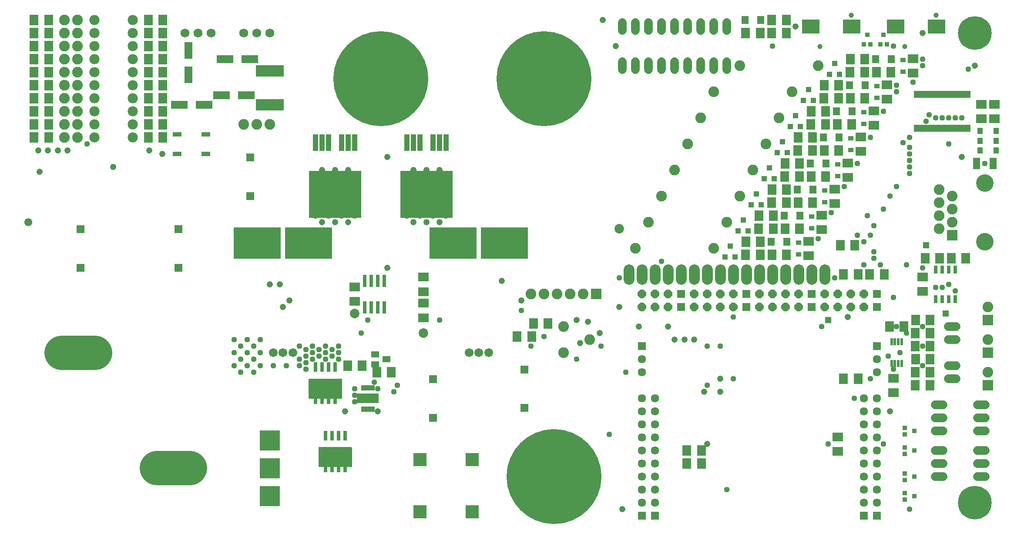
<source format=gts>
G75*
%MOIN*%
%OFA0B0*%
%FSLAX24Y24*%
%IPPOS*%
%LPD*%
%AMOC8*
5,1,8,0,0,1.08239X$1,22.5*
%
%ADD10C,0.2580*%
%ADD11R,0.0198X0.0572*%
%ADD12C,0.0674*%
%ADD13R,0.0407X0.0328*%
%ADD14R,0.0789X0.0710*%
%ADD15R,0.0710X0.0790*%
%ADD16R,0.0395X0.0434*%
%ADD17C,0.0820*%
%ADD18R,0.0710X0.0789*%
%ADD19R,0.0552X0.0631*%
%ADD20R,0.0198X0.0552*%
%ADD21R,0.0552X0.0867*%
%ADD22R,0.0434X0.0454*%
%ADD23R,0.0790X0.0710*%
%ADD24C,0.0671*%
%ADD25R,0.3623X0.2442*%
%ADD26C,0.0477*%
%ADD27C,0.7280*%
%ADD28R,0.0395X0.1261*%
%ADD29R,0.4017X0.3623*%
%ADD30R,0.0316X0.0946*%
%ADD31C,0.2620*%
%ADD32R,0.0595X0.0595*%
%ADD33R,0.1580X0.1580*%
%ADD34R,0.0631X0.0474*%
%ADD35R,0.0820X0.0820*%
%ADD36C,0.0680*%
%ADD37C,0.0780*%
%ADD38R,0.0680X0.0380*%
%ADD39R,0.1340X0.1064*%
%ADD40C,0.0395*%
%ADD41R,0.0356X0.0356*%
%ADD42R,0.0634X0.0634*%
%ADD43OC8,0.0634*%
%ADD44C,0.0634*%
%ADD45C,0.0820*%
%ADD46C,0.1340*%
%ADD47R,0.0273X0.0592*%
%ADD48R,0.1025X0.1025*%
%ADD49R,0.0277X0.0474*%
%ADD50R,0.0277X0.0769*%
%ADD51C,0.0050*%
%ADD52R,0.2580X0.1580*%
%ADD53R,0.0254X0.0430*%
%ADD54R,0.1655X0.0741*%
%ADD55R,0.2167X0.0867*%
%ADD56R,0.0631X0.1261*%
%ADD57R,0.1261X0.0631*%
%ADD58C,0.0437*%
%ADD59C,0.0611*%
%ADD60C,0.0730*%
%ADD61C,0.0476*%
%ADD62R,0.0476X0.0476*%
D10*
X073100Y022125D03*
X073100Y058125D03*
D11*
X072667Y053424D03*
X072470Y053424D03*
X072273Y053424D03*
X072076Y053424D03*
X071880Y053424D03*
X071683Y053424D03*
X071486Y053424D03*
X071289Y053424D03*
X071092Y053424D03*
X070895Y053424D03*
X070698Y053424D03*
X070502Y053424D03*
X070305Y053424D03*
X070108Y053424D03*
X069911Y053424D03*
X069714Y053424D03*
X069517Y053424D03*
X069320Y053424D03*
X069124Y053424D03*
X068927Y053424D03*
X068730Y053424D03*
X068533Y053424D03*
X068533Y050826D03*
X068730Y050826D03*
X068927Y050826D03*
X069124Y050826D03*
X069320Y050826D03*
X069517Y050826D03*
X069714Y050826D03*
X069911Y050826D03*
X070108Y050826D03*
X070305Y050826D03*
X070502Y050826D03*
X070698Y050826D03*
X070895Y050826D03*
X071092Y050826D03*
X071289Y050826D03*
X071486Y050826D03*
X071683Y050826D03*
X071880Y050826D03*
X072076Y050826D03*
X072273Y050826D03*
X072470Y050826D03*
X072667Y050826D03*
D12*
X054100Y055328D02*
X054100Y055922D01*
X053100Y055922D02*
X053100Y055328D01*
X052100Y055328D02*
X052100Y055922D01*
X051100Y055922D02*
X051100Y055328D01*
X050100Y055328D02*
X050100Y055922D01*
X049100Y055922D02*
X049100Y055328D01*
X048100Y055328D02*
X048100Y055922D01*
X047100Y055922D02*
X047100Y055328D01*
X046100Y055328D02*
X046100Y055922D01*
X046100Y058328D02*
X046100Y058922D01*
X047100Y058922D02*
X047100Y058328D01*
X048100Y058328D02*
X048100Y058922D01*
X049100Y058922D02*
X049100Y058328D01*
X050100Y058328D02*
X050100Y058922D01*
X051100Y058922D02*
X051100Y058328D01*
X052100Y058328D02*
X052100Y058922D01*
X053100Y058922D02*
X053100Y058328D01*
X054100Y058328D02*
X054100Y058922D01*
X071053Y035625D02*
X071647Y035625D01*
X071647Y034625D02*
X071053Y034625D01*
X071053Y032625D02*
X071647Y032625D01*
X071647Y031625D02*
X071053Y031625D01*
X070647Y029625D02*
X070053Y029625D01*
X070053Y028625D02*
X070647Y028625D01*
X070647Y027625D02*
X070053Y027625D01*
X070053Y026125D02*
X070647Y026125D01*
X070647Y025125D02*
X070053Y025125D01*
X070053Y024125D02*
X070647Y024125D01*
X073303Y024125D02*
X073897Y024125D01*
X073897Y025125D02*
X073303Y025125D01*
X073303Y026125D02*
X073897Y026125D01*
X073897Y027625D02*
X073303Y027625D01*
X073303Y028625D02*
X073897Y028625D01*
X073897Y029625D02*
X073303Y029625D01*
D13*
X059600Y041172D03*
X059600Y042078D03*
X060600Y043172D03*
X060600Y044078D03*
X061600Y045172D03*
X061600Y046078D03*
X062600Y047172D03*
X062600Y048078D03*
X063600Y049172D03*
X063600Y050078D03*
X064600Y051172D03*
X064600Y052078D03*
X065600Y053172D03*
X065600Y054078D03*
X067600Y055172D03*
X067600Y056078D03*
D14*
X068350Y056176D03*
X068350Y055074D03*
X066350Y054176D03*
X066350Y053074D03*
X065350Y052176D03*
X065350Y051074D03*
X064350Y050176D03*
X064350Y049074D03*
X063350Y048176D03*
X063350Y047074D03*
X062350Y046176D03*
X062350Y045074D03*
X061350Y044176D03*
X061350Y043074D03*
X060350Y042176D03*
X060350Y041074D03*
X069100Y039426D03*
X069100Y038324D03*
X066850Y031676D03*
X066850Y030574D03*
X073600Y051574D03*
X073600Y052676D03*
X025600Y038676D03*
X025600Y037574D03*
D15*
X038040Y034875D03*
X039160Y034875D03*
X039290Y035875D03*
X040410Y035875D03*
X051040Y026125D03*
X051040Y025125D03*
X052160Y025125D03*
X052160Y026125D03*
X063040Y031625D03*
X064160Y031625D03*
X068540Y031125D03*
X068540Y032125D03*
X069660Y032125D03*
X069660Y031125D03*
X069660Y034125D03*
X069660Y035125D03*
X068540Y035125D03*
X068540Y034125D03*
X066160Y039625D03*
X065040Y039625D03*
X064160Y039625D03*
X063040Y039625D03*
X062790Y041875D03*
X063910Y041875D03*
X058660Y045125D03*
X057540Y045125D03*
X057660Y043125D03*
X056540Y043125D03*
X056660Y041125D03*
X055540Y041125D03*
X058540Y047125D03*
X059660Y047125D03*
X059540Y049125D03*
X060660Y049125D03*
X060540Y051125D03*
X061660Y051125D03*
X061540Y053125D03*
X062660Y053125D03*
X063540Y055125D03*
X064660Y055125D03*
X058660Y058125D03*
X057540Y058125D03*
X056660Y058125D03*
X055540Y058125D03*
X057540Y059125D03*
X058660Y059125D03*
X010910Y059125D03*
X009790Y059125D03*
X009790Y058125D03*
X010910Y058125D03*
X010910Y057125D03*
X010910Y056125D03*
X009790Y056125D03*
X009790Y057125D03*
X009790Y055125D03*
X009790Y054125D03*
X010910Y054125D03*
X010910Y055125D03*
X010910Y053125D03*
X010910Y052125D03*
X009790Y052125D03*
X009790Y053125D03*
X009790Y051125D03*
X009790Y050125D03*
X010910Y050125D03*
X010910Y051125D03*
X002160Y051125D03*
X002160Y050125D03*
X001040Y050125D03*
X001040Y051125D03*
X001040Y052125D03*
X001040Y053125D03*
X002160Y053125D03*
X002160Y052125D03*
X002160Y054125D03*
X002160Y055125D03*
X001040Y055125D03*
X001040Y054125D03*
X001040Y056125D03*
X001040Y057125D03*
X002160Y057125D03*
X002160Y056125D03*
X002160Y058125D03*
X001040Y058125D03*
X001040Y059125D03*
X002160Y059125D03*
D16*
X053976Y040981D03*
X054724Y040981D03*
X054350Y041808D03*
X054976Y042981D03*
X055724Y042981D03*
X055350Y043808D03*
X055976Y044981D03*
X056724Y044981D03*
X056350Y045808D03*
X056976Y046981D03*
X057724Y046981D03*
X057350Y047808D03*
X057976Y048981D03*
X058724Y048981D03*
X058350Y049808D03*
X058976Y050981D03*
X059724Y050981D03*
X059350Y051808D03*
X059976Y052981D03*
X060724Y052981D03*
X060350Y053808D03*
X061976Y054981D03*
X062724Y054981D03*
X062350Y055808D03*
D17*
X061100Y055625D03*
X059100Y053625D03*
X058100Y051625D03*
X057100Y049625D03*
X056100Y047625D03*
X055100Y045625D03*
X054100Y043625D03*
X053100Y041625D03*
X048100Y043625D03*
X047100Y041625D03*
X043100Y038125D03*
X042100Y038125D03*
X041100Y038125D03*
X040100Y038125D03*
X039100Y038125D03*
X041600Y035625D03*
X043600Y034625D03*
X041600Y033625D03*
X049100Y045625D03*
X050100Y047625D03*
X051100Y049625D03*
X052100Y051625D03*
X053100Y053625D03*
X055100Y055625D03*
X070350Y046125D03*
X070350Y045125D03*
X070350Y044125D03*
X070350Y043125D03*
X071350Y043625D03*
X071350Y044625D03*
X071350Y045625D03*
X074100Y037125D03*
X074100Y034625D03*
X074100Y032125D03*
X019100Y051125D03*
X018100Y051125D03*
X017100Y051125D03*
X004350Y051125D03*
X004350Y050125D03*
X003350Y050125D03*
X003350Y051125D03*
X003350Y052125D03*
X003350Y053125D03*
X004350Y053125D03*
X004350Y052125D03*
X004350Y054125D03*
X004350Y055125D03*
X003350Y055125D03*
X003350Y054125D03*
X003350Y056125D03*
X003350Y057125D03*
X004350Y057125D03*
X004350Y056125D03*
X004350Y058125D03*
X003350Y058125D03*
X003350Y059125D03*
X004350Y059125D03*
D18*
X025049Y032625D03*
X026151Y032625D03*
X027299Y032125D03*
X028401Y032125D03*
X055549Y042125D03*
X056651Y042125D03*
X057549Y041125D03*
X058651Y041125D03*
X058549Y043125D03*
X057651Y044125D03*
X056549Y044125D03*
X057549Y046125D03*
X058651Y046125D03*
X059549Y045125D03*
X060651Y045125D03*
X060549Y047125D03*
X061651Y047125D03*
X059651Y048125D03*
X058549Y048125D03*
X059549Y050125D03*
X060651Y050125D03*
X061549Y049125D03*
X062651Y049125D03*
X062549Y051125D03*
X063651Y051125D03*
X063549Y053125D03*
X064651Y053125D03*
X062651Y054125D03*
X061549Y054125D03*
X061651Y052125D03*
X060549Y052125D03*
X063549Y056125D03*
X064651Y056125D03*
X065549Y055125D03*
X066651Y055125D03*
X059651Y043125D03*
X068549Y036125D03*
X067651Y035625D03*
X066549Y035625D03*
X069651Y036125D03*
X069651Y033125D03*
X068549Y033125D03*
X069299Y040875D03*
X070401Y040875D03*
X071299Y040875D03*
X072401Y040875D03*
D19*
X061691Y048125D03*
X060509Y048125D03*
X060691Y046125D03*
X059509Y046125D03*
X059691Y044125D03*
X058509Y044125D03*
X058691Y042125D03*
X057509Y042125D03*
X061509Y050125D03*
X062691Y050125D03*
X062509Y052125D03*
X063691Y052125D03*
X063509Y054125D03*
X064691Y054125D03*
X065509Y056125D03*
X066691Y056125D03*
X056691Y059125D03*
X055509Y059125D03*
D20*
X066716Y034456D03*
X066972Y034456D03*
X067228Y034456D03*
X067483Y034456D03*
X067483Y032793D03*
X067228Y032793D03*
X066972Y032793D03*
X066716Y032793D03*
D21*
X073220Y048125D03*
X074480Y048125D03*
D22*
X074720Y049125D03*
X074720Y049875D03*
X074720Y050625D03*
X073480Y050625D03*
X073480Y049875D03*
X073480Y049125D03*
D23*
X074600Y051565D03*
X074600Y052685D03*
X062600Y027185D03*
X062600Y026065D03*
X030850Y036315D03*
X030850Y037435D03*
X030850Y038315D03*
X030850Y039435D03*
D24*
X034348Y033625D03*
X035100Y033625D03*
X035852Y033625D03*
X020852Y033625D03*
X020100Y033625D03*
X019348Y033625D03*
D25*
X018131Y042050D03*
X022069Y042050D03*
X033131Y042050D03*
X037069Y042050D03*
D26*
X037332Y041263D03*
X037856Y041263D03*
X038328Y041420D03*
X038604Y041775D03*
X038604Y042326D03*
X038328Y042680D03*
X037856Y042838D03*
X037332Y042838D03*
X036805Y042838D03*
X036281Y042838D03*
X035809Y042680D03*
X035533Y042326D03*
X035533Y041775D03*
X035809Y041420D03*
X036281Y041263D03*
X036805Y041263D03*
X034667Y041775D03*
X034391Y041420D03*
X033919Y041263D03*
X033395Y041263D03*
X032868Y041263D03*
X032344Y041263D03*
X031872Y041420D03*
X031596Y041775D03*
X031596Y042326D03*
X031872Y042680D03*
X032344Y042838D03*
X032868Y042838D03*
X033395Y042838D03*
X033919Y042838D03*
X034391Y042680D03*
X034667Y042326D03*
X023604Y042326D03*
X023328Y042680D03*
X022856Y042838D03*
X022332Y042838D03*
X021805Y042838D03*
X021281Y042838D03*
X020809Y042680D03*
X020533Y042326D03*
X020533Y041775D03*
X020809Y041420D03*
X021281Y041263D03*
X021805Y041263D03*
X022332Y041263D03*
X022856Y041263D03*
X023328Y041420D03*
X023604Y041775D03*
X019667Y041775D03*
X019391Y041420D03*
X018919Y041263D03*
X018395Y041263D03*
X017868Y041263D03*
X017344Y041263D03*
X016872Y041420D03*
X016596Y041775D03*
X016596Y042326D03*
X016872Y042680D03*
X017344Y042838D03*
X017868Y042838D03*
X018395Y042838D03*
X018919Y042838D03*
X019391Y042680D03*
X019667Y042326D03*
D27*
X027600Y054625D03*
X040100Y054625D03*
X040850Y024125D03*
D28*
X032600Y049750D03*
X032100Y049750D03*
X031600Y049750D03*
X030600Y049750D03*
X030100Y049750D03*
X029600Y049750D03*
X025600Y049750D03*
X025100Y049750D03*
X024600Y049750D03*
X023600Y049750D03*
X023100Y049750D03*
X022600Y049750D03*
D29*
X024100Y045773D03*
X031100Y045773D03*
D30*
X027850Y039149D03*
X027350Y039149D03*
X026850Y039149D03*
X026350Y039149D03*
X026350Y037101D03*
X026850Y037101D03*
X027350Y037101D03*
X027850Y037101D03*
D31*
X012964Y024790D02*
X010424Y024790D01*
X005681Y033649D02*
X003141Y033649D01*
D32*
X004600Y040149D03*
X004600Y043101D03*
X012100Y043101D03*
X012100Y040149D03*
X017600Y045649D03*
X017600Y048601D03*
X031600Y031601D03*
X031600Y028649D03*
X038600Y029399D03*
X038600Y032351D03*
D33*
X019100Y022625D03*
X019100Y024771D03*
X019100Y026916D03*
D34*
X027167Y032751D03*
X028033Y033125D03*
X027167Y033499D03*
D35*
X044100Y038125D03*
X071350Y042625D03*
X074100Y036125D03*
X074100Y033625D03*
X074100Y031125D03*
D36*
X019100Y058125D03*
X018100Y058125D03*
X017100Y058125D03*
X014600Y058125D03*
X013600Y058125D03*
X012600Y058125D03*
D37*
X008600Y058125D03*
X008600Y057125D03*
X008600Y056125D03*
X008600Y055125D03*
X008600Y054125D03*
X008600Y053125D03*
X008600Y052125D03*
X008600Y051125D03*
X008600Y050125D03*
X005647Y050125D03*
X005647Y051125D03*
X005647Y052125D03*
X005647Y053125D03*
X005647Y054125D03*
X005647Y055125D03*
X005647Y056125D03*
X005647Y057125D03*
X005647Y058125D03*
X005647Y059125D03*
X008600Y059125D03*
D38*
X012000Y050375D03*
X012000Y048875D03*
X014200Y048875D03*
X014200Y050375D03*
D39*
X060525Y058625D03*
X063675Y058625D03*
X067025Y058625D03*
X070175Y058625D03*
D40*
X070135Y059511D03*
X067714Y057090D03*
X063635Y059511D03*
X061214Y057090D03*
D41*
X064594Y057261D03*
X065106Y057261D03*
X065844Y057261D03*
X066356Y057261D03*
X066100Y057989D03*
X064850Y057989D03*
X067736Y027881D03*
X067736Y027369D03*
X068464Y027625D03*
X067736Y026381D03*
X067736Y025869D03*
X068464Y026125D03*
X067736Y024381D03*
X067736Y023869D03*
X068464Y024125D03*
X067736Y022881D03*
X067736Y022369D03*
X068464Y022625D03*
D42*
X065600Y021125D03*
X064600Y021125D03*
X048600Y021125D03*
X047600Y021125D03*
X047600Y034125D03*
X050600Y037125D03*
X050600Y038125D03*
X055600Y038125D03*
X055600Y037125D03*
X060600Y037125D03*
X060600Y038125D03*
X065600Y038125D03*
X065600Y037125D03*
X065600Y034125D03*
D43*
X064600Y037125D03*
X063600Y037125D03*
X062600Y037125D03*
X062600Y038125D03*
X063600Y038125D03*
X064600Y038125D03*
X061600Y038125D03*
X061600Y037125D03*
X059600Y037125D03*
X059600Y038125D03*
X058600Y038125D03*
X057600Y038125D03*
X056600Y038125D03*
X056600Y037125D03*
X057600Y037125D03*
X058600Y037125D03*
X054600Y037125D03*
X053600Y037125D03*
X052600Y037125D03*
X052600Y038125D03*
X053600Y038125D03*
X054600Y038125D03*
X051600Y038125D03*
X051600Y037125D03*
X049600Y037125D03*
X048600Y037125D03*
X048600Y038125D03*
X049600Y038125D03*
X047600Y038125D03*
X047600Y037125D03*
D44*
X047600Y033125D03*
X047600Y032125D03*
X047600Y030125D03*
X047600Y029125D03*
X047600Y028125D03*
X047600Y027125D03*
X047600Y026125D03*
X047600Y025125D03*
X047600Y024125D03*
X047600Y023125D03*
X047600Y022125D03*
X048600Y022125D03*
X048600Y023125D03*
X048600Y024125D03*
X048600Y025125D03*
X048600Y026125D03*
X048600Y027125D03*
X048600Y028125D03*
X048600Y029125D03*
X048600Y030125D03*
X064600Y030125D03*
X064600Y029125D03*
X065600Y029125D03*
X065600Y030125D03*
X065600Y028125D03*
X065600Y027125D03*
X064600Y027125D03*
X064600Y028125D03*
X064600Y026125D03*
X064600Y025125D03*
X065600Y025125D03*
X065600Y026125D03*
X065600Y024125D03*
X064600Y024125D03*
X064600Y023125D03*
X064600Y022125D03*
X065600Y022125D03*
X065600Y023125D03*
X065600Y032125D03*
X065600Y033125D03*
D45*
X061600Y039255D02*
X061600Y039995D01*
X060600Y039995D02*
X060600Y039255D01*
X059600Y039255D02*
X059600Y039995D01*
X058600Y039995D02*
X058600Y039255D01*
X057600Y039255D02*
X057600Y039995D01*
X056600Y039995D02*
X056600Y039255D01*
X055600Y039255D02*
X055600Y039995D01*
X054600Y039995D02*
X054600Y039255D01*
X053600Y039255D02*
X053600Y039995D01*
X052600Y039995D02*
X052600Y039255D01*
X051600Y039255D02*
X051600Y039995D01*
X050600Y039995D02*
X050600Y039255D01*
X049600Y039255D02*
X049600Y039995D01*
X048600Y039995D02*
X048600Y039255D01*
X047600Y039255D02*
X047600Y039995D01*
X046600Y039995D02*
X046600Y039255D01*
D46*
X073850Y042125D03*
X073850Y046625D03*
D47*
X071600Y040000D03*
X071100Y040000D03*
X070600Y040000D03*
X070100Y040000D03*
X070100Y037750D03*
X070600Y037750D03*
X071100Y037750D03*
X071600Y037750D03*
D48*
X034600Y025424D03*
X030600Y025424D03*
X030600Y021424D03*
X034600Y021424D03*
D49*
X024848Y024690D03*
X024348Y024690D03*
X023848Y024690D03*
X023348Y024690D03*
X023098Y029940D03*
X022598Y029940D03*
X023598Y029940D03*
X024098Y029940D03*
D50*
X024102Y032529D03*
X023602Y032529D03*
X023102Y032529D03*
X022602Y032529D03*
X023352Y027279D03*
X023852Y027279D03*
X024352Y027279D03*
X024852Y027279D03*
D51*
X025344Y026345D02*
X022856Y026345D01*
X022856Y024905D01*
X025344Y024905D01*
X025344Y026345D01*
X025344Y026333D02*
X022856Y026333D01*
X022856Y026285D02*
X025344Y026285D01*
X025344Y026236D02*
X022856Y026236D01*
X022856Y026188D02*
X025344Y026188D01*
X025344Y026139D02*
X022856Y026139D01*
X022856Y026091D02*
X025344Y026091D01*
X025344Y026042D02*
X022856Y026042D01*
X022856Y025994D02*
X025344Y025994D01*
X025344Y025945D02*
X022856Y025945D01*
X022856Y025897D02*
X025344Y025897D01*
X025344Y025848D02*
X022856Y025848D01*
X022856Y025800D02*
X025344Y025800D01*
X025344Y025751D02*
X022856Y025751D01*
X022856Y025703D02*
X025344Y025703D01*
X025344Y025654D02*
X022856Y025654D01*
X022856Y025606D02*
X025344Y025606D01*
X025344Y025557D02*
X022856Y025557D01*
X022856Y025509D02*
X025344Y025509D01*
X025344Y025460D02*
X022856Y025460D01*
X022856Y025412D02*
X025344Y025412D01*
X025344Y025363D02*
X022856Y025363D01*
X022856Y025315D02*
X025344Y025315D01*
X025344Y025266D02*
X022856Y025266D01*
X022856Y025218D02*
X025344Y025218D01*
X025344Y025169D02*
X022856Y025169D01*
X022856Y025121D02*
X025344Y025121D01*
X025344Y025072D02*
X022856Y025072D01*
X022856Y025024D02*
X025344Y025024D01*
X025344Y024975D02*
X022856Y024975D01*
X022856Y024927D02*
X025344Y024927D01*
X024594Y030155D02*
X022106Y030155D01*
X022106Y031595D01*
X024594Y031595D01*
X024594Y030155D01*
X024594Y030165D02*
X022106Y030165D01*
X022106Y030213D02*
X024594Y030213D01*
X024594Y030262D02*
X022106Y030262D01*
X022106Y030310D02*
X024594Y030310D01*
X024594Y030359D02*
X022106Y030359D01*
X022106Y030407D02*
X024594Y030407D01*
X024594Y030456D02*
X022106Y030456D01*
X022106Y030504D02*
X024594Y030504D01*
X024594Y030553D02*
X022106Y030553D01*
X022106Y030601D02*
X024594Y030601D01*
X024594Y030650D02*
X022106Y030650D01*
X022106Y030698D02*
X024594Y030698D01*
X024594Y030747D02*
X022106Y030747D01*
X022106Y030795D02*
X024594Y030795D01*
X024594Y030844D02*
X022106Y030844D01*
X022106Y030892D02*
X024594Y030892D01*
X024594Y030941D02*
X022106Y030941D01*
X022106Y030989D02*
X024594Y030989D01*
X024594Y031038D02*
X022106Y031038D01*
X022106Y031086D02*
X024594Y031086D01*
X024594Y031135D02*
X022106Y031135D01*
X022106Y031183D02*
X024594Y031183D01*
X024594Y031232D02*
X022106Y031232D01*
X022106Y031280D02*
X024594Y031280D01*
X024594Y031329D02*
X022106Y031329D01*
X022106Y031377D02*
X024594Y031377D01*
X024594Y031426D02*
X022106Y031426D01*
X022106Y031474D02*
X024594Y031474D01*
X024594Y031523D02*
X022106Y031523D01*
X022106Y031571D02*
X024594Y031571D01*
D52*
X023350Y030875D03*
X024100Y025625D03*
D53*
X026216Y029296D03*
X026472Y029296D03*
X026728Y029296D03*
X026984Y029296D03*
X026984Y030954D03*
X026728Y030954D03*
X026472Y030954D03*
X026216Y030954D03*
D54*
X026600Y030125D03*
D55*
X019100Y052625D03*
X019100Y055223D03*
D56*
X012850Y054930D03*
X012850Y056820D03*
D57*
X015655Y056125D03*
X017545Y056125D03*
X017295Y053375D03*
X015405Y053375D03*
X014045Y052625D03*
X012155Y052625D03*
D58*
X005100Y049625D03*
X016350Y034625D03*
X016850Y034125D03*
X016350Y033625D03*
X016850Y033125D03*
X016350Y032625D03*
X016850Y032125D03*
X017350Y032625D03*
X017850Y032125D03*
X018350Y032625D03*
X017850Y033125D03*
X017350Y033625D03*
X017850Y034125D03*
X017350Y034625D03*
X018350Y034625D03*
X018350Y033625D03*
X019350Y032625D03*
X020350Y032625D03*
X021350Y032625D03*
X021350Y033125D03*
X021850Y032875D03*
X021850Y033375D03*
X021850Y033875D03*
X021350Y034125D03*
X022350Y034125D03*
X022350Y033625D03*
X022350Y033125D03*
X022850Y033375D03*
X022850Y033875D03*
X023350Y033625D03*
X023350Y033125D03*
X023850Y033375D03*
X023850Y033875D03*
X023350Y034125D03*
X024350Y034125D03*
X024350Y033625D03*
X024350Y033125D03*
X024350Y033125D03*
X025600Y030875D03*
X025600Y030375D03*
X025600Y029875D03*
X027350Y030875D03*
X027100Y031375D03*
X028600Y030625D03*
X028850Y031125D03*
X026100Y035125D03*
X026600Y036125D03*
X021850Y032375D03*
X032100Y036125D03*
X038350Y036875D03*
X040100Y034875D03*
X039100Y034125D03*
X042600Y033125D03*
X044475Y034125D03*
X046350Y032125D03*
X045100Y027375D03*
X052600Y031125D03*
X054600Y031625D03*
X053600Y034125D03*
X052600Y034125D03*
X054600Y036375D03*
X049100Y040625D03*
X045850Y039375D03*
X061100Y042375D03*
X064100Y042625D03*
X064600Y042125D03*
X065100Y042625D03*
X065350Y043375D03*
X064850Y044125D03*
X066100Y044625D03*
X066600Y045625D03*
X067100Y046375D03*
X068100Y047375D03*
X068100Y047875D03*
X068100Y048375D03*
X068100Y048875D03*
X068100Y049375D03*
X067600Y049750D03*
X068100Y050125D03*
X069350Y051375D03*
X069600Y051875D03*
X070100Y051625D03*
X070600Y051625D03*
X071100Y051625D03*
X071600Y051625D03*
X072100Y051625D03*
X071100Y049625D03*
X073850Y048125D03*
X067100Y053625D03*
X067100Y054125D03*
X068350Y054375D03*
X069100Y055625D03*
X069100Y056125D03*
X066850Y057125D03*
X066100Y052125D03*
X065100Y050125D03*
X064100Y048125D03*
X063100Y046375D03*
X062100Y044375D03*
X065350Y041375D03*
X065350Y040875D03*
X065850Y040375D03*
X064600Y040375D03*
X062350Y039375D03*
X061350Y035625D03*
X065100Y031625D03*
X066850Y032375D03*
X066475Y033375D03*
X067350Y033625D03*
X067850Y035125D03*
X067100Y035625D03*
X069100Y035625D03*
X069100Y034125D03*
X069100Y032625D03*
X063850Y030125D03*
X061850Y026625D03*
X066100Y026625D03*
X068100Y021625D03*
X054100Y023125D03*
X066850Y037875D03*
X067850Y040375D03*
X069100Y040125D03*
X070100Y038625D03*
X070600Y038625D03*
X071100Y038875D03*
X071600Y038375D03*
X072600Y055375D03*
X057600Y057125D03*
D59*
X000600Y043625D03*
D60*
X025600Y036625D03*
X030850Y035125D03*
X045850Y043125D03*
D61*
X038350Y037625D03*
X036850Y039125D03*
X042600Y036125D03*
X043475Y036000D03*
X044350Y035125D03*
X042850Y034375D03*
X045850Y037125D03*
X047350Y035625D03*
X049600Y035625D03*
X050100Y034625D03*
X050850Y034625D03*
X051600Y034625D03*
X053600Y031625D03*
X053600Y030625D03*
X052350Y030625D03*
X052600Y026625D03*
X046100Y021625D03*
X063350Y036375D03*
X066600Y029125D03*
X072100Y048625D03*
X073100Y055625D03*
X069100Y058125D03*
X059350Y058625D03*
X045600Y057125D03*
X044600Y059125D03*
X032100Y047625D03*
X031600Y047125D03*
X031100Y046625D03*
X030600Y046125D03*
X031100Y045625D03*
X030600Y045125D03*
X030100Y044625D03*
X029600Y044125D03*
X030100Y043625D03*
X030600Y044125D03*
X031100Y043625D03*
X031600Y044125D03*
X031100Y044625D03*
X031600Y045125D03*
X032100Y044625D03*
X032600Y044125D03*
X032100Y043625D03*
X032600Y045125D03*
X032100Y045625D03*
X032600Y046125D03*
X032100Y046625D03*
X031600Y046125D03*
X030600Y047125D03*
X030100Y046625D03*
X029600Y046125D03*
X030100Y045625D03*
X029600Y045125D03*
X029600Y047125D03*
X030100Y047625D03*
X031100Y047625D03*
X032600Y047125D03*
X028100Y048625D03*
X025600Y047125D03*
X025100Y046625D03*
X024600Y046125D03*
X024100Y046625D03*
X023600Y046125D03*
X024100Y045625D03*
X023600Y045125D03*
X023100Y044625D03*
X022600Y044125D03*
X023100Y043625D03*
X023600Y044125D03*
X024100Y043625D03*
X024600Y044125D03*
X024100Y044625D03*
X024600Y045125D03*
X025100Y044625D03*
X025600Y044125D03*
X025100Y043625D03*
X025600Y045125D03*
X025100Y045625D03*
X025600Y046125D03*
X024600Y047125D03*
X024100Y047625D03*
X023600Y047125D03*
X023100Y046625D03*
X022600Y046125D03*
X023100Y045625D03*
X022600Y045125D03*
X022600Y047125D03*
X023100Y047625D03*
X025100Y047625D03*
X028100Y040125D03*
X020600Y037625D03*
X020100Y037125D03*
X019850Y038875D03*
X019100Y038875D03*
X024850Y029125D03*
X027350Y029125D03*
X007100Y047875D03*
X009850Y049125D03*
X010850Y048875D03*
X003600Y049125D03*
X002850Y049125D03*
X002100Y049125D03*
X001350Y049125D03*
X001475Y047500D03*
D62*
X061850Y036125D03*
X069350Y041875D03*
X070850Y036625D03*
M02*

</source>
